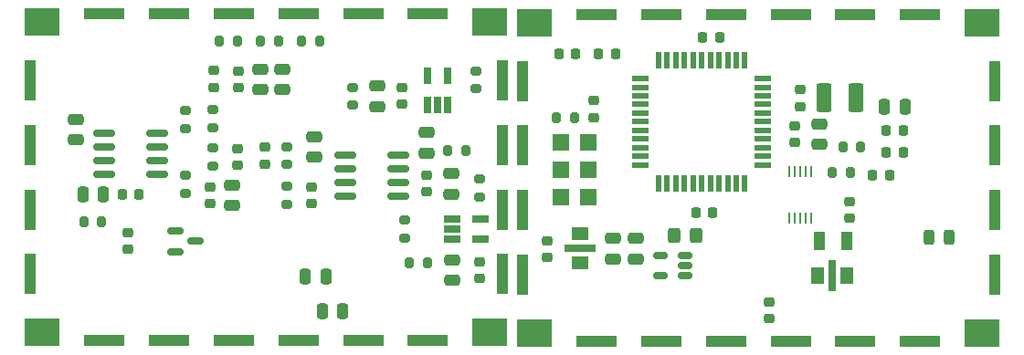
<source format=gbr>
%TF.GenerationSoftware,KiCad,Pcbnew,6.0.4-6f826c9f35~116~ubuntu20.04.1*%
%TF.CreationDate,2022-05-02T13:51:41+00:00*%
%TF.ProjectId,USTSIPIN01A,55535453-4950-4494-9e30-31412e6b6963,REV*%
%TF.SameCoordinates,Original*%
%TF.FileFunction,Paste,Bot*%
%TF.FilePolarity,Positive*%
%FSLAX46Y46*%
G04 Gerber Fmt 4.6, Leading zero omitted, Abs format (unit mm)*
G04 Created by KiCad (PCBNEW 6.0.4-6f826c9f35~116~ubuntu20.04.1) date 2022-05-02 13:51:41*
%MOMM*%
%LPD*%
G01*
G04 APERTURE LIST*
G04 Aperture macros list*
%AMRoundRect*
0 Rectangle with rounded corners*
0 $1 Rounding radius*
0 $2 $3 $4 $5 $6 $7 $8 $9 X,Y pos of 4 corners*
0 Add a 4 corners polygon primitive as box body*
4,1,4,$2,$3,$4,$5,$6,$7,$8,$9,$2,$3,0*
0 Add four circle primitives for the rounded corners*
1,1,$1+$1,$2,$3*
1,1,$1+$1,$4,$5*
1,1,$1+$1,$6,$7*
1,1,$1+$1,$8,$9*
0 Add four rect primitives between the rounded corners*
20,1,$1+$1,$2,$3,$4,$5,0*
20,1,$1+$1,$4,$5,$6,$7,0*
20,1,$1+$1,$6,$7,$8,$9,0*
20,1,$1+$1,$8,$9,$2,$3,0*%
G04 Aperture macros list end*
%ADD10RoundRect,0.225000X-0.250000X0.225000X-0.250000X-0.225000X0.250000X-0.225000X0.250000X0.225000X0*%
%ADD11RoundRect,0.250000X0.250000X0.475000X-0.250000X0.475000X-0.250000X-0.475000X0.250000X-0.475000X0*%
%ADD12RoundRect,0.250000X0.475000X-0.250000X0.475000X0.250000X-0.475000X0.250000X-0.475000X-0.250000X0*%
%ADD13RoundRect,0.250000X-0.475000X0.250000X-0.475000X-0.250000X0.475000X-0.250000X0.475000X0.250000X0*%
%ADD14RoundRect,0.225000X0.225000X0.250000X-0.225000X0.250000X-0.225000X-0.250000X0.225000X-0.250000X0*%
%ADD15RoundRect,0.225000X0.250000X-0.225000X0.250000X0.225000X-0.250000X0.225000X-0.250000X-0.225000X0*%
%ADD16RoundRect,0.200000X-0.275000X0.200000X-0.275000X-0.200000X0.275000X-0.200000X0.275000X0.200000X0*%
%ADD17RoundRect,0.200000X0.275000X-0.200000X0.275000X0.200000X-0.275000X0.200000X-0.275000X-0.200000X0*%
%ADD18RoundRect,0.200000X0.200000X0.275000X-0.200000X0.275000X-0.200000X-0.275000X0.200000X-0.275000X0*%
%ADD19RoundRect,0.200000X-0.200000X-0.275000X0.200000X-0.275000X0.200000X0.275000X-0.200000X0.275000X0*%
%ADD20RoundRect,0.150000X-0.825000X-0.150000X0.825000X-0.150000X0.825000X0.150000X-0.825000X0.150000X0*%
%ADD21R,0.650000X1.560000*%
%ADD22R,1.560000X0.650000*%
%ADD23RoundRect,0.150000X-0.587500X-0.150000X0.587500X-0.150000X0.587500X0.150000X-0.587500X0.150000X0*%
%ADD24RoundRect,0.243750X-0.243750X-0.456250X0.243750X-0.456250X0.243750X0.456250X-0.243750X0.456250X0*%
%ADD25RoundRect,0.250000X0.325000X0.450000X-0.325000X0.450000X-0.325000X-0.450000X0.325000X-0.450000X0*%
%ADD26R,1.500000X1.300000*%
%ADD27R,3.000000X0.700000*%
%ADD28RoundRect,0.225000X-0.225000X-0.250000X0.225000X-0.250000X0.225000X0.250000X-0.225000X0.250000X0*%
%ADD29RoundRect,0.150000X0.512500X0.150000X-0.512500X0.150000X-0.512500X-0.150000X0.512500X-0.150000X0*%
%ADD30R,1.500000X0.550000*%
%ADD31R,0.550000X1.500000*%
%ADD32R,3.800000X1.000000*%
%ADD33R,1.000000X3.800000*%
%ADD34R,3.300000X2.550000*%
%ADD35R,1.300000X1.500000*%
%ADD36R,0.700000X3.000000*%
%ADD37R,1.524000X1.524000*%
%ADD38RoundRect,0.250000X-0.250000X-0.475000X0.250000X-0.475000X0.250000X0.475000X-0.250000X0.475000X0*%
%ADD39RoundRect,0.250001X0.462499X1.074999X-0.462499X1.074999X-0.462499X-1.074999X0.462499X-1.074999X0*%
%ADD40R,0.250000X1.100000*%
%ADD41R,1.000000X1.800000*%
G04 APERTURE END LIST*
D10*
%TO.C,C20*%
X10066000Y20327000D03*
X10066000Y18777000D03*
%TD*%
D11*
%TO.C,C1*%
X28415000Y16250000D03*
X26515000Y16250000D03*
%TD*%
D12*
%TO.C,C3*%
X5240000Y28952500D03*
X5240000Y30852500D03*
%TD*%
D11*
%TO.C,C4*%
X30002500Y13075000D03*
X28102500Y13075000D03*
%TD*%
%TO.C,C5*%
X7777500Y23870000D03*
X5877500Y23870000D03*
%TD*%
D13*
%TO.C,C6*%
X19718000Y24756500D03*
X19718000Y22856500D03*
%TD*%
D12*
%TO.C,C7*%
X40038000Y23936000D03*
X40038000Y25836000D03*
%TD*%
%TO.C,C8*%
X33180000Y32064000D03*
X33180000Y33964000D03*
%TD*%
D13*
%TO.C,C9*%
X40165000Y17835000D03*
X40165000Y15935000D03*
%TD*%
D14*
%TO.C,C10*%
X11095000Y23870000D03*
X9545000Y23870000D03*
%TD*%
D10*
%TO.C,C11*%
X17686000Y24581500D03*
X17686000Y23031500D03*
%TD*%
D15*
%TO.C,C12*%
X37752000Y24111000D03*
X37752000Y25661000D03*
%TD*%
%TO.C,C13*%
X35466000Y32239000D03*
X35466000Y33789000D03*
%TD*%
D10*
%TO.C,C14*%
X42705000Y17660000D03*
X42705000Y16110000D03*
%TD*%
D15*
%TO.C,C15*%
X20226000Y26587500D03*
X20226000Y28137500D03*
%TD*%
D10*
%TO.C,C16*%
X22766000Y28264500D03*
X22766000Y26714500D03*
%TD*%
D12*
%TO.C,C17*%
X27338000Y27365000D03*
X27338000Y29265000D03*
%TD*%
D15*
%TO.C,C18*%
X27084000Y23031500D03*
X27084000Y24581500D03*
%TD*%
D12*
%TO.C,C19*%
X37752000Y27746000D03*
X37752000Y29646000D03*
%TD*%
D16*
%TO.C,R3*%
X35720000Y21520000D03*
X35720000Y19870000D03*
%TD*%
D17*
%TO.C,R4*%
X30894000Y32189000D03*
X30894000Y33839000D03*
%TD*%
D18*
%TO.C,R5*%
X37815000Y17520000D03*
X36165000Y17520000D03*
%TD*%
%TO.C,R6*%
X7652500Y21330000D03*
X6002500Y21330000D03*
%TD*%
D16*
%TO.C,R7*%
X15400000Y31680000D03*
X15400000Y30030000D03*
%TD*%
D17*
%TO.C,R8*%
X17940000Y30093500D03*
X17940000Y31743500D03*
%TD*%
%TO.C,R9*%
X17940000Y26537500D03*
X17940000Y28187500D03*
%TD*%
%TO.C,R10*%
X24798000Y26664500D03*
X24798000Y28314500D03*
%TD*%
%TO.C,R11*%
X24798000Y22981500D03*
X24798000Y24631500D03*
%TD*%
%TO.C,R12*%
X42705000Y23680000D03*
X42705000Y25330000D03*
%TD*%
D19*
%TO.C,R13*%
X39721000Y27934000D03*
X41371000Y27934000D03*
%TD*%
D20*
%TO.C,U1*%
X7845000Y25775000D03*
X7845000Y27045000D03*
X7845000Y28315000D03*
X7845000Y29585000D03*
X12795000Y29585000D03*
X12795000Y28315000D03*
X12795000Y27045000D03*
X12795000Y25775000D03*
%TD*%
D21*
%TO.C,U4*%
X39718000Y32172000D03*
X38768000Y32172000D03*
X37818000Y32172000D03*
X37818000Y34872000D03*
X39718000Y34872000D03*
%TD*%
D22*
%TO.C,U5*%
X40085000Y19745000D03*
X40085000Y20695000D03*
X40085000Y21645000D03*
X42785000Y21645000D03*
X42785000Y19745000D03*
%TD*%
D16*
%TO.C,R2*%
X15400000Y25647500D03*
X15400000Y23997500D03*
%TD*%
D20*
%TO.C,U2*%
X30197000Y23743000D03*
X30197000Y25013000D03*
X30197000Y26283000D03*
X30197000Y27553000D03*
X35147000Y27553000D03*
X35147000Y26283000D03*
X35147000Y25013000D03*
X35147000Y23743000D03*
%TD*%
D17*
%TO.C,R1*%
X42324000Y33713000D03*
X42324000Y35363000D03*
%TD*%
D10*
%TO.C,C2*%
X20320000Y35319000D03*
X20320000Y33769000D03*
%TD*%
D23*
%TO.C,U3*%
X14478500Y18602000D03*
X14478500Y20502000D03*
X16353500Y19552000D03*
%TD*%
D13*
%TO.C,C21*%
X24384000Y35494000D03*
X24384000Y33594000D03*
%TD*%
D24*
%TO.C,F2*%
X84343000Y19939000D03*
X86218000Y19939000D03*
%TD*%
D25*
%TO.C,L3*%
X62747000Y20066000D03*
X60697000Y20066000D03*
%TD*%
D12*
%TO.C,C50*%
X54991000Y17909500D03*
X54991000Y19809500D03*
%TD*%
%TO.C,C42*%
X57150000Y17909500D03*
X57150000Y19809500D03*
%TD*%
D26*
%TO.C,C52*%
X51943000Y17573000D03*
D27*
X51943000Y18923000D03*
D26*
X51943000Y20273000D03*
%TD*%
D15*
%TO.C,C44*%
X71882000Y28689000D03*
X71882000Y30239000D03*
%TD*%
D12*
%TO.C,C40*%
X74168000Y28514000D03*
X74168000Y30414000D03*
%TD*%
D10*
%TO.C,C31*%
X72390000Y33604500D03*
X72390000Y32054500D03*
%TD*%
D28*
%TO.C,C27*%
X80378000Y27813000D03*
X81928000Y27813000D03*
%TD*%
D29*
%TO.C,U8*%
X61716500Y18222000D03*
X61716500Y17272000D03*
X61716500Y16322000D03*
X59441500Y16322000D03*
X59441500Y18222000D03*
%TD*%
D30*
%TO.C,U10*%
X57550000Y26640000D03*
X57550000Y27440000D03*
X57550000Y28240000D03*
X57550000Y29040000D03*
X57550000Y29840000D03*
X57550000Y30640000D03*
X57550000Y31440000D03*
X57550000Y32240000D03*
X57550000Y33040000D03*
X57550000Y33840000D03*
X57550000Y34640000D03*
D31*
X59250000Y36340000D03*
X60050000Y36340000D03*
X60850000Y36340000D03*
X61650000Y36340000D03*
X62450000Y36340000D03*
X63250000Y36340000D03*
X64050000Y36340000D03*
X64850000Y36340000D03*
X65650000Y36340000D03*
X66450000Y36340000D03*
X67250000Y36340000D03*
D30*
X68950000Y34640000D03*
X68950000Y33840000D03*
X68950000Y33040000D03*
X68950000Y32240000D03*
X68950000Y31440000D03*
X68950000Y30640000D03*
X68950000Y29840000D03*
X68950000Y29040000D03*
X68950000Y28240000D03*
X68950000Y27440000D03*
X68950000Y26640000D03*
D31*
X67250000Y24940000D03*
X66450000Y24940000D03*
X65650000Y24940000D03*
X64850000Y24940000D03*
X64050000Y24940000D03*
X63250000Y24940000D03*
X62450000Y24940000D03*
X61650000Y24940000D03*
X60850000Y24940000D03*
X60050000Y24940000D03*
X59250000Y24940000D03*
%TD*%
D19*
%TO.C,R20*%
X76327500Y28321000D03*
X77977500Y28321000D03*
%TD*%
D32*
%TO.C,M7*%
X77501000Y10279000D03*
X71501000Y40579000D03*
X65501000Y40579000D03*
D33*
X46601000Y34429000D03*
D32*
X53501000Y40579000D03*
X53501000Y10279000D03*
X77501000Y40579000D03*
X83501000Y40579000D03*
D33*
X90401000Y34429000D03*
D34*
X89251000Y39804000D03*
D32*
X83501000Y10279000D03*
X59501000Y40579000D03*
D33*
X46601000Y28429000D03*
D32*
X65501000Y10279000D03*
D33*
X90401000Y28429000D03*
X46601000Y22429000D03*
X90401000Y22429000D03*
X90401000Y16429000D03*
X46601000Y16429000D03*
D32*
X59501000Y10279000D03*
D34*
X47751000Y11054000D03*
X89251000Y11054000D03*
D32*
X71501000Y10279000D03*
D34*
X47751000Y39804000D03*
%TD*%
D35*
%TO.C,C29*%
X76661000Y16383000D03*
D36*
X75311000Y16383000D03*
D35*
X73961000Y16383000D03*
%TD*%
D37*
%TO.C,J22*%
X50165000Y23622000D03*
X52705000Y23622000D03*
X50165000Y26162000D03*
X52705000Y26162000D03*
X50165000Y28702000D03*
X52705000Y28702000D03*
%TD*%
D19*
%TO.C,R23*%
X49784500Y30988000D03*
X51434500Y30988000D03*
%TD*%
D28*
%TO.C,C26*%
X79108000Y25654000D03*
X80658000Y25654000D03*
%TD*%
%TO.C,C28*%
X80378000Y29845000D03*
X81928000Y29845000D03*
%TD*%
%TO.C,C30*%
X50025000Y36957000D03*
X51575000Y36957000D03*
%TD*%
D14*
%TO.C,C33*%
X55258000Y36957000D03*
X53708000Y36957000D03*
%TD*%
D15*
%TO.C,C34*%
X53213000Y31038500D03*
X53213000Y32588500D03*
%TD*%
D14*
%TO.C,C35*%
X64275000Y22225000D03*
X62725000Y22225000D03*
%TD*%
D28*
%TO.C,C39*%
X63360000Y38481000D03*
X64910000Y38481000D03*
%TD*%
D38*
%TO.C,C43*%
X80203000Y32004000D03*
X82103000Y32004000D03*
%TD*%
D10*
%TO.C,C47*%
X76962000Y23254000D03*
X76962000Y21704000D03*
%TD*%
D39*
%TO.C,L1*%
X77560500Y32893000D03*
X74585500Y32893000D03*
%TD*%
D19*
%TO.C,R21*%
X75375000Y25908000D03*
X77025000Y25908000D03*
%TD*%
D40*
%TO.C,U11*%
X73390000Y21726000D03*
X72890000Y21726000D03*
X72390000Y21726000D03*
X71890000Y21726000D03*
X71390000Y21726000D03*
X71390000Y26026000D03*
X71890000Y26026000D03*
X72390000Y26026000D03*
X72890000Y26026000D03*
X73390000Y26026000D03*
%TD*%
D41*
%TO.C,Y2*%
X74168000Y19558000D03*
X76668000Y19558000D03*
%TD*%
D13*
%TO.C,C23*%
X22352000Y35494000D03*
X22352000Y33594000D03*
%TD*%
D10*
%TO.C,C24*%
X18034000Y35382500D03*
X18034000Y33832500D03*
%TD*%
%TO.C,C32*%
X69469000Y13919500D03*
X69469000Y12369500D03*
%TD*%
%TO.C,C54*%
X48895000Y19571000D03*
X48895000Y18021000D03*
%TD*%
D19*
%TO.C,R15*%
X26162500Y38100000D03*
X27812500Y38100000D03*
%TD*%
%TO.C,R19*%
X22352500Y38100000D03*
X24002500Y38100000D03*
%TD*%
%TO.C,R22*%
X18542500Y38100000D03*
X20192500Y38100000D03*
%TD*%
D32*
%TO.C,M6*%
X25874000Y10340000D03*
X7874000Y10340000D03*
X37874000Y40640000D03*
D34*
X43624000Y11115000D03*
D33*
X974000Y16490000D03*
X44774000Y22490000D03*
D32*
X19874000Y10340000D03*
X7874000Y40640000D03*
D33*
X44774000Y16490000D03*
D32*
X31874000Y10340000D03*
D33*
X44774000Y34490000D03*
D32*
X19874000Y40640000D03*
X13874000Y10340000D03*
D34*
X2124000Y39865000D03*
D33*
X974000Y22490000D03*
X974000Y28490000D03*
D32*
X13874000Y40640000D03*
D33*
X44774000Y28490000D03*
D34*
X43624000Y39865000D03*
D32*
X37874000Y10340000D03*
X31874000Y40640000D03*
D33*
X974000Y34490000D03*
D34*
X2124000Y11115000D03*
D32*
X25874000Y40640000D03*
%TD*%
M02*

</source>
